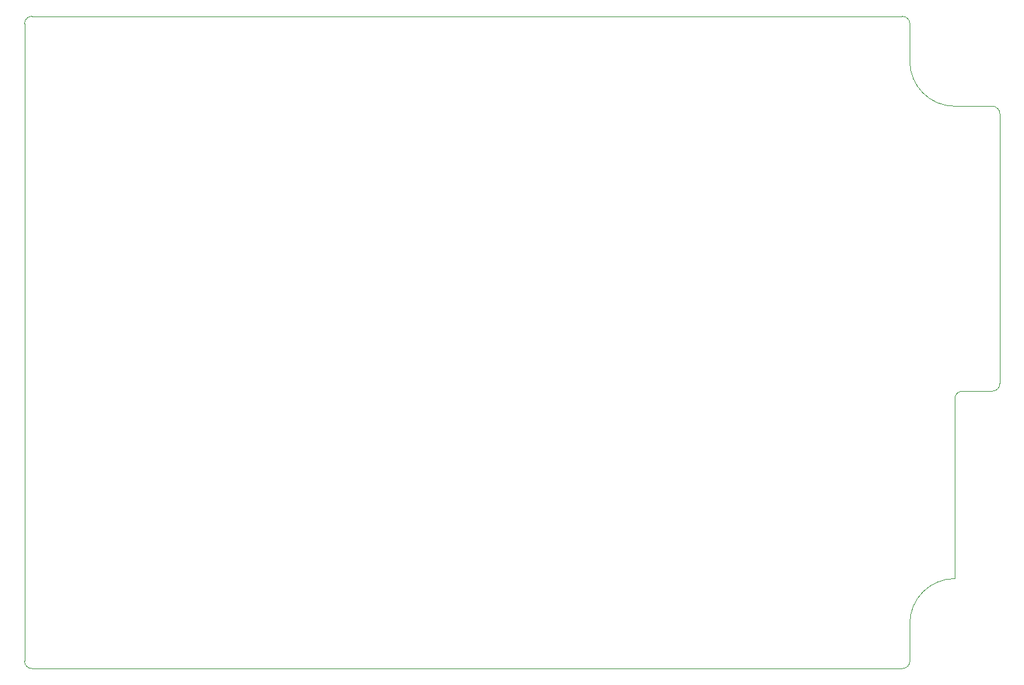
<source format=gbr>
%TF.GenerationSoftware,Altium Limited,Altium Designer,22.7.1 (60)*%
G04 Layer_Color=0*
%FSLAX43Y43*%
%MOMM*%
%TF.SameCoordinates,78523E66-F16A-4A5C-AB3F-0B208B4BDBBB*%
%TF.FilePolarity,Positive*%
%TF.FileFunction,Profile,NP*%
%TF.Part,Single*%
G01*
G75*
%TA.AperFunction,Profile*%
%ADD74C,0.025*%
D74*
X17000Y4000D02*
X133000D01*
D02*
G03*
X134000Y5000I0J1000D01*
G01*
Y10000D01*
D02*
G02*
X140000Y16000I6000J0D01*
G01*
Y40000D01*
D02*
G02*
X141000Y41000I1000J0D01*
G01*
X145000D01*
D02*
G03*
X146000Y42000I0J1000D01*
G01*
Y78000D01*
D02*
G03*
X145000Y79000I-1000J0D01*
G01*
X140000D01*
D02*
G02*
X134000Y85000I0J6000D01*
G01*
Y90000D01*
D02*
G03*
X133000Y91000I-1000J0D01*
G01*
X17000D01*
D02*
G03*
X16000Y90000I0J-1000D01*
G01*
X16000Y5000D01*
D02*
G03*
X17000Y4000I1000J-0D01*
G01*
%TF.MD5,2b281d01ee418cee1f70240f9c361a16*%
M02*

</source>
